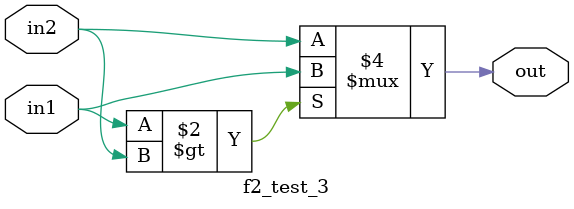
<source format=v>
module f2_test_3 (in1, in2, out);
input  in1, in2;
output  reg out;
always @ ( in1 or in2)
	if(in1 > in2)
		out = in1;
	else
		out = in2;
endmodule
</source>
